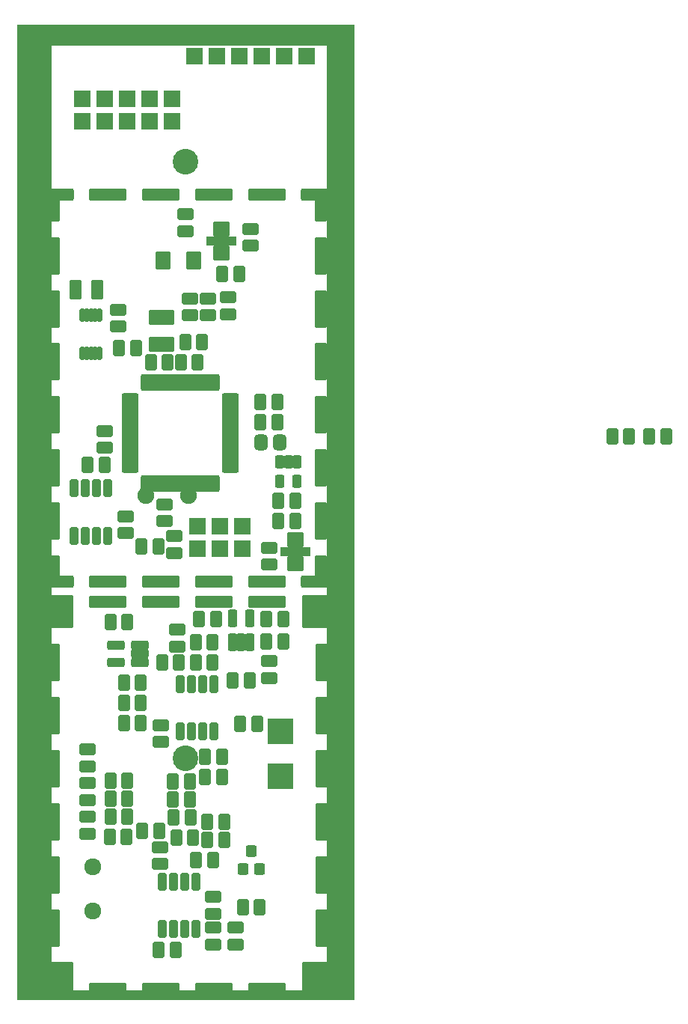
<source format=gbr>
%TF.GenerationSoftware,KiCad,Pcbnew,6.0.4-6f826c9f35~116~ubuntu20.04.1*%
%TF.CreationDate,2022-03-30T15:14:45+00:00*%
%TF.ProjectId,SPACEDOS02B_PCB01A,53504143-4544-44f5-9330-32425f504342,rev?*%
%TF.SameCoordinates,Original*%
%TF.FileFunction,Soldermask,Bot*%
%TF.FilePolarity,Negative*%
%FSLAX46Y46*%
G04 Gerber Fmt 4.6, Leading zero omitted, Abs format (unit mm)*
G04 Created by KiCad (PCBNEW 6.0.4-6f826c9f35~116~ubuntu20.04.1) date 2022-03-30 15:14:45*
%MOMM*%
%LPD*%
G01*
G04 APERTURE LIST*
G04 Aperture macros list*
%AMRoundRect*
0 Rectangle with rounded corners*
0 $1 Rounding radius*
0 $2 $3 $4 $5 $6 $7 $8 $9 X,Y pos of 4 corners*
0 Add a 4 corners polygon primitive as box body*
4,1,4,$2,$3,$4,$5,$6,$7,$8,$9,$2,$3,0*
0 Add four circle primitives for the rounded corners*
1,1,$1+$1,$2,$3*
1,1,$1+$1,$4,$5*
1,1,$1+$1,$6,$7*
1,1,$1+$1,$8,$9*
0 Add four rect primitives between the rounded corners*
20,1,$1+$1,$2,$3,$4,$5,0*
20,1,$1+$1,$4,$5,$6,$7,0*
20,1,$1+$1,$6,$7,$8,$9,0*
20,1,$1+$1,$8,$9,$2,$3,0*%
G04 Aperture macros list end*
%ADD10C,0.100000*%
%ADD11RoundRect,0.200000X0.762000X-0.762000X0.762000X0.762000X-0.762000X0.762000X-0.762000X-0.762000X0*%
%ADD12C,2.900000*%
%ADD13RoundRect,0.200000X-0.762000X-0.762000X0.762000X-0.762000X0.762000X0.762000X-0.762000X0.762000X0*%
%ADD14C,1.924000*%
%ADD15C,1.900000*%
%ADD16RoundRect,0.200000X0.325000X-0.780000X0.325000X0.780000X-0.325000X0.780000X-0.325000X-0.780000X0*%
%ADD17RoundRect,0.200000X0.780000X0.325000X-0.780000X0.325000X-0.780000X-0.325000X0.780000X-0.325000X0*%
%ADD18RoundRect,0.200000X0.444500X0.698500X-0.444500X0.698500X-0.444500X-0.698500X0.444500X-0.698500X0*%
%ADD19RoundRect,0.200000X-0.698500X0.444500X-0.698500X-0.444500X0.698500X-0.444500X0.698500X0.444500X0*%
%ADD20RoundRect,0.200000X-0.444500X-0.698500X0.444500X-0.698500X0.444500X0.698500X-0.444500X0.698500X0*%
%ADD21RoundRect,0.200000X0.275000X-0.750000X0.275000X0.750000X-0.275000X0.750000X-0.275000X-0.750000X0*%
%ADD22RoundRect,0.200000X-0.750000X-0.275000X0.750000X-0.275000X0.750000X0.275000X-0.750000X0.275000X0*%
%ADD23RoundRect,0.200000X0.300000X-0.775000X0.300000X0.775000X-0.300000X0.775000X-0.300000X-0.775000X0*%
%ADD24RoundRect,0.200000X-0.125000X0.550000X-0.125000X-0.550000X0.125000X-0.550000X0.125000X0.550000X0*%
%ADD25RoundRect,0.200000X0.698500X-0.444500X0.698500X0.444500X-0.698500X0.444500X-0.698500X-0.444500X0*%
%ADD26RoundRect,0.200000X-1.270000X0.635000X-1.270000X-0.635000X1.270000X-0.635000X1.270000X0.635000X0*%
%ADD27RoundRect,0.200000X-0.325000X0.530000X-0.325000X-0.530000X0.325000X-0.530000X0.325000X0.530000X0*%
%ADD28RoundRect,0.200000X0.650000X0.850000X-0.650000X0.850000X-0.650000X-0.850000X0.650000X-0.850000X0*%
%ADD29RoundRect,0.450000X-0.325000X-0.450000X0.325000X-0.450000X0.325000X0.450000X-0.325000X0.450000X0*%
%ADD30RoundRect,0.200000X-0.500000X-0.900000X0.500000X-0.900000X0.500000X0.900000X-0.500000X0.900000X0*%
%ADD31RoundRect,0.200000X0.400000X-0.450000X0.400000X0.450000X-0.400000X0.450000X-0.400000X-0.450000X0*%
%ADD32RoundRect,0.200000X-1.249680X1.275080X-1.249680X-1.275080X1.249680X-1.275080X1.249680X1.275080X0*%
%ADD33RoundRect,0.200000X0.750000X-0.650000X0.750000X0.650000X-0.750000X0.650000X-0.750000X-0.650000X0*%
%ADD34RoundRect,0.200000X1.500000X-0.350000X1.500000X0.350000X-1.500000X0.350000X-1.500000X-0.350000X0*%
%ADD35RoundRect,0.200000X-0.750000X0.650000X-0.750000X-0.650000X0.750000X-0.650000X0.750000X0.650000X0*%
%ADD36RoundRect,0.200000X-1.500000X0.350000X-1.500000X-0.350000X1.500000X-0.350000X1.500000X0.350000X0*%
%ADD37RoundRect,0.200000X1.900000X-0.500000X1.900000X0.500000X-1.900000X0.500000X-1.900000X-0.500000X0*%
%ADD38RoundRect,0.200000X0.500000X-1.900000X0.500000X1.900000X-0.500000X1.900000X-0.500000X-1.900000X0*%
%ADD39RoundRect,0.200000X0.775000X-0.500000X0.775000X0.500000X-0.775000X0.500000X-0.775000X-0.500000X0*%
%ADD40RoundRect,0.200000X0.500000X-0.500000X0.500000X0.500000X-0.500000X0.500000X-0.500000X-0.500000X0*%
%ADD41RoundRect,0.200000X0.500000X-1.150000X0.500000X1.150000X-0.500000X1.150000X-0.500000X-1.150000X0*%
%ADD42RoundRect,0.200000X1.275000X-1.650000X1.275000X1.650000X-1.275000X1.650000X-1.275000X-1.650000X0*%
G04 APERTURE END LIST*
D10*
G36*
X3810000Y23000D02*
G01*
X0Y23000D01*
X0Y110005000D01*
X3810000Y110005000D01*
X3810000Y23000D01*
G37*
X3810000Y23000D02*
X0Y23000D01*
X0Y110005000D01*
X3810000Y110005000D01*
X3810000Y23000D01*
G36*
X38100000Y23000D02*
G01*
X35052000Y23000D01*
X35052000Y110005000D01*
X38100000Y110005000D01*
X38100000Y23000D01*
G37*
X38100000Y23000D02*
X35052000Y23000D01*
X35052000Y110005000D01*
X38100000Y110005000D01*
X38100000Y23000D01*
G36*
X38100000Y107719000D02*
G01*
X0Y107719000D01*
X0Y110005000D01*
X38100000Y110005000D01*
X38100000Y107719000D01*
G37*
X38100000Y107719000D02*
X0Y107719000D01*
X0Y110005000D01*
X38100000Y110005000D01*
X38100000Y107719000D01*
G36*
X38100000Y-231000D02*
G01*
X0Y-231000D01*
X0Y785000D01*
X38100000Y785000D01*
X38100000Y-231000D01*
G37*
X38100000Y-231000D02*
X0Y-231000D01*
X0Y785000D01*
X38100000Y785000D01*
X38100000Y-231000D01*
D11*
%TO.C,J19*%
X7366000Y99083000D03*
X7366000Y101623000D03*
%TD*%
%TO.C,J6*%
X9906000Y101623000D03*
%TD*%
%TO.C,J4*%
X12446000Y101623000D03*
%TD*%
%TO.C,J7*%
X9906000Y99083000D03*
%TD*%
%TO.C,J5*%
X12446000Y99083000D03*
%TD*%
D12*
%TO.C,BT1*%
X19050000Y94479000D03*
X19050000Y26979000D03*
%TD*%
D13*
%TO.C,J3*%
X14986000Y101623000D03*
X14986000Y99083000D03*
%TD*%
%TO.C,J2*%
X17526000Y101623000D03*
X17526000Y99083000D03*
%TD*%
D14*
%TO.C,D1*%
X8596000Y14715000D03*
X8596000Y9715000D03*
%TD*%
D15*
%TO.C,Y1*%
X19468000Y56762000D03*
X14568000Y56762000D03*
%TD*%
D11*
%TO.C,J22*%
X25514300Y50734100D03*
X25514300Y53274100D03*
X22974300Y50734100D03*
X22974300Y53274100D03*
X20434300Y50734100D03*
X20434300Y53274100D03*
%TD*%
D16*
%TO.C,U5*%
X26343300Y40146100D03*
X25393300Y40146100D03*
X24443300Y40146100D03*
X24443300Y42846100D03*
X26343300Y42846100D03*
%TD*%
D17*
%TO.C,U4*%
X13916300Y39779100D03*
X13916300Y38829100D03*
X13916300Y37879100D03*
X11216300Y37879100D03*
X11216300Y39779100D03*
%TD*%
D18*
%TO.C,C8*%
X14026800Y33241100D03*
X12121800Y33241100D03*
%TD*%
%TO.C,C3*%
X17963000Y5301100D03*
X16058000Y5301100D03*
%TD*%
D19*
%TO.C,R6*%
X24758300Y7841100D03*
X24758300Y5936100D03*
%TD*%
D18*
%TO.C,C13*%
X14026800Y35527100D03*
X12121800Y35527100D03*
%TD*%
D20*
%TO.C,C24*%
X10528300Y18095100D03*
X12433300Y18095100D03*
%TD*%
D18*
%TO.C,C4*%
X27178000Y30884000D03*
X25273000Y30884000D03*
%TD*%
D21*
%TO.C,U10*%
X22496300Y58119100D03*
X21696300Y58119100D03*
X20896300Y58119100D03*
X20096300Y58119100D03*
X19296300Y58119100D03*
X18496300Y58119100D03*
X17696300Y58119100D03*
X16896300Y58119100D03*
X16096300Y58119100D03*
X15296300Y58119100D03*
X14496300Y58119100D03*
D22*
X12796300Y59819100D03*
X12796300Y60619100D03*
X12796300Y61419100D03*
X12796300Y62219100D03*
X12796300Y63019100D03*
X12796300Y63819100D03*
X12796300Y64619100D03*
X12796300Y65419100D03*
X12796300Y66219100D03*
X12796300Y67019100D03*
X12796300Y67819100D03*
D21*
X14496300Y69519100D03*
X15296300Y69519100D03*
X16096300Y69519100D03*
X16896300Y69519100D03*
X17696300Y69519100D03*
X18496300Y69519100D03*
X19296300Y69519100D03*
X20096300Y69519100D03*
X20896300Y69519100D03*
X21696300Y69519100D03*
X22496300Y69519100D03*
D22*
X24196300Y67819100D03*
X24196300Y67019100D03*
X24196300Y66219100D03*
X24196300Y65419100D03*
X24196300Y64619100D03*
X24196300Y63819100D03*
X24196300Y63019100D03*
X24196300Y62219100D03*
X24196300Y61419100D03*
X24196300Y60619100D03*
X24196300Y59819100D03*
%TD*%
D18*
%TO.C,R4*%
X14026800Y30955100D03*
X12121800Y30955100D03*
%TD*%
D19*
%TO.C,C10*%
X22218300Y11333600D03*
X22218300Y9428600D03*
%TD*%
%TO.C,C5*%
X22218300Y7841100D03*
X22218300Y5936100D03*
%TD*%
D20*
%TO.C,R3*%
X24440800Y35781100D03*
X26345800Y35781100D03*
%TD*%
%TO.C,R2*%
X20313300Y15461100D03*
X22218300Y15461100D03*
%TD*%
D23*
%TO.C,U2*%
X22345300Y30033100D03*
X21075300Y30033100D03*
X19805300Y30033100D03*
X18535300Y30033100D03*
X18535300Y35433100D03*
X19805300Y35433100D03*
X21075300Y35433100D03*
X22345300Y35433100D03*
%TD*%
D18*
%TO.C,R10*%
X19558000Y24407000D03*
X17653000Y24407000D03*
%TD*%
%TO.C,C18*%
X23234300Y27145100D03*
X21329300Y27145100D03*
%TD*%
D23*
%TO.C,U1*%
X20313300Y7681100D03*
X19043300Y7681100D03*
X17773300Y7681100D03*
X16503300Y7681100D03*
X16503300Y13081100D03*
X17773300Y13081100D03*
X19043300Y13081100D03*
X20313300Y13081100D03*
%TD*%
D20*
%TO.C,C20*%
X25583800Y10127100D03*
X27488800Y10127100D03*
%TD*%
D19*
%TO.C,R7*%
X16213000Y16955000D03*
X16213000Y15050000D03*
%TD*%
D18*
%TO.C,R9*%
X19963000Y18050000D03*
X18058000Y18050000D03*
%TD*%
D20*
%TO.C,C11*%
X21558000Y17800000D03*
X23463000Y17800000D03*
%TD*%
%TO.C,C16*%
X17653000Y22375000D03*
X19558000Y22375000D03*
%TD*%
D18*
%TO.C,R11*%
X23234300Y24859100D03*
X21329300Y24859100D03*
%TD*%
%TO.C,C15*%
X19678300Y20287100D03*
X17773300Y20287100D03*
%TD*%
D19*
%TO.C,R5*%
X28568300Y38003600D03*
X28568300Y36098600D03*
%TD*%
D18*
%TO.C,C12*%
X22154800Y37813100D03*
X20249800Y37813100D03*
%TD*%
D24*
%TO.C,U11*%
X7382000Y77103000D03*
X7882000Y77103000D03*
X8382000Y77103000D03*
X8882000Y77103000D03*
X9382000Y77103000D03*
X9382000Y72803000D03*
X8882000Y72803000D03*
X8382000Y72803000D03*
X7882000Y72803000D03*
X7382000Y72803000D03*
%TD*%
D25*
%TO.C,R13*%
X18154300Y39654600D03*
X18154300Y41559600D03*
%TD*%
D20*
%TO.C,C9*%
X28250800Y40226100D03*
X30155800Y40226100D03*
%TD*%
%TO.C,C14*%
X28250800Y42766100D03*
X30155800Y42766100D03*
%TD*%
D18*
%TO.C,C7*%
X22154800Y40099100D03*
X20249800Y40099100D03*
%TD*%
%TO.C,R12*%
X22535800Y42766100D03*
X20630800Y42766100D03*
%TD*%
D26*
%TO.C,L1*%
X16383000Y76858000D03*
X16383000Y73810000D03*
%TD*%
D18*
%TO.C,C19*%
X18344800Y37813100D03*
X16439800Y37813100D03*
%TD*%
D27*
%TO.C,U8*%
X29784000Y60559000D03*
X30734000Y60559000D03*
X31684000Y60559000D03*
X31684000Y58359000D03*
X29784000Y58359000D03*
%TD*%
D20*
%TO.C,C2*%
X10591800Y20381100D03*
X12496800Y20381100D03*
%TD*%
D28*
%TO.C,D3*%
X20010000Y83335000D03*
X16510000Y83335000D03*
%TD*%
D25*
%TO.C,F2*%
X19050000Y86637000D03*
X19050000Y88542000D03*
%TD*%
D19*
%TO.C,C55*%
X26416000Y86891000D03*
X26416000Y84986000D03*
%TD*%
D29*
%TO.C,L3*%
X27677000Y62761000D03*
X29727000Y62761000D03*
%TD*%
D30*
%TO.C,Y2*%
X9124000Y80033000D03*
X6624000Y80033000D03*
%TD*%
D25*
%TO.C,R22*%
X7988300Y18476100D03*
X7988300Y20381100D03*
%TD*%
%TO.C,R19*%
X7988300Y22286100D03*
X7988300Y24191100D03*
%TD*%
%TO.C,R15*%
X7988300Y26096100D03*
X7988300Y28001100D03*
%TD*%
D20*
%TO.C,C23*%
X10591800Y22413100D03*
X12496800Y22413100D03*
%TD*%
%TO.C,C21*%
X10591800Y24445100D03*
X12496800Y24445100D03*
%TD*%
D25*
%TO.C,C34*%
X16750000Y53820500D03*
X16750000Y55725500D03*
%TD*%
%TO.C,C27*%
X21590000Y77112000D03*
X21590000Y79017000D03*
%TD*%
D20*
%TO.C,R20*%
X11557000Y73429000D03*
X13462000Y73429000D03*
%TD*%
D25*
%TO.C,R23*%
X17780000Y50226100D03*
X17780000Y52131100D03*
%TD*%
%TO.C,C26*%
X23876000Y77239000D03*
X23876000Y79144000D03*
%TD*%
D31*
%TO.C,U3*%
X27486300Y14477100D03*
X25586300Y14477100D03*
X26536300Y16477100D03*
%TD*%
D18*
%TO.C,C43*%
X16002000Y50950000D03*
X14097000Y50950000D03*
%TD*%
D25*
%TO.C,C39*%
X9906000Y62126000D03*
X9906000Y64031000D03*
%TD*%
%TO.C,C28*%
X19558000Y77112000D03*
X19558000Y79017000D03*
%TD*%
D18*
%TO.C,R1*%
X12502800Y42385100D03*
X10597800Y42385100D03*
%TD*%
D20*
%TO.C,C36*%
X23241000Y81811000D03*
X25146000Y81811000D03*
%TD*%
%TO.C,C32*%
X27559000Y65047000D03*
X29464000Y65047000D03*
%TD*%
%TO.C,R21*%
X8001000Y60221000D03*
X9906000Y60221000D03*
%TD*%
D18*
%TO.C,C44*%
X20447000Y71778000D03*
X18542000Y71778000D03*
%TD*%
%TO.C,C31*%
X17081500Y71778000D03*
X15176500Y71778000D03*
%TD*%
%TO.C,C40*%
X20955000Y74064000D03*
X19050000Y74064000D03*
%TD*%
%TO.C,C50*%
X31496000Y53871000D03*
X29591000Y53871000D03*
%TD*%
%TO.C,C42*%
X31496000Y56157000D03*
X29591000Y56157000D03*
%TD*%
D20*
%TO.C,C35*%
X27559000Y67333000D03*
X29464000Y67333000D03*
%TD*%
D25*
%TO.C,C47*%
X11430000Y75842000D03*
X11430000Y77747000D03*
%TD*%
%TO.C,C54*%
X28575000Y48918000D03*
X28575000Y50823000D03*
%TD*%
D18*
%TO.C,R8*%
X16122300Y18800000D03*
X14217300Y18800000D03*
%TD*%
D20*
%TO.C,C6*%
X21558000Y19779100D03*
X23463000Y19779100D03*
%TD*%
D32*
%TO.C,C1*%
X29838300Y30050860D03*
X29838300Y25001340D03*
%TD*%
D33*
%TO.C,C29*%
X23114000Y84191000D03*
D34*
X23114000Y85541000D03*
D33*
X23114000Y86891000D03*
%TD*%
D35*
%TO.C,C52*%
X31496000Y51712000D03*
D36*
X31496000Y50362000D03*
D35*
X31496000Y49012000D03*
%TD*%
D37*
%TO.C,M8*%
X10304000Y90757000D03*
D38*
X4154000Y71857000D03*
X34454000Y71857000D03*
D39*
X5429000Y90757000D03*
D38*
X34454000Y53857000D03*
D40*
X4154000Y90757000D03*
D37*
X22304000Y46957000D03*
D38*
X4154000Y65857000D03*
D40*
X34454000Y90757000D03*
D38*
X34454000Y65857000D03*
X4154000Y59857000D03*
D39*
X5429000Y46957000D03*
D38*
X4154000Y53857000D03*
D41*
X34454000Y89107000D03*
D39*
X33179000Y90757000D03*
D41*
X4154000Y48607000D03*
D37*
X28304000Y90757000D03*
X16304000Y90757000D03*
X28304000Y46957000D03*
D38*
X34454000Y83857000D03*
X4154000Y83857000D03*
D41*
X4154000Y89107000D03*
D38*
X34454000Y77857000D03*
D37*
X10304000Y46957000D03*
D40*
X34454000Y46957000D03*
X4154000Y46957000D03*
D38*
X4154000Y77857000D03*
D37*
X22304000Y90757000D03*
D38*
X34454000Y59857000D03*
D39*
X33179000Y46957000D03*
D37*
X16304000Y46957000D03*
D41*
X34454000Y48607000D03*
%TD*%
D38*
%TO.C,M6*%
X34478000Y31834000D03*
D42*
X33703000Y43584000D03*
D37*
X10328000Y934000D03*
D42*
X33703000Y2084000D03*
D37*
X22328000Y934000D03*
D42*
X4953000Y2084000D03*
D38*
X4178000Y7834000D03*
D37*
X28328000Y934000D03*
X16328000Y44734000D03*
D38*
X4178000Y37834000D03*
X4178000Y25834000D03*
X4178000Y19834000D03*
X4178000Y31834000D03*
X34478000Y25834000D03*
D37*
X22328000Y44734000D03*
D42*
X4953000Y43584000D03*
D37*
X28328000Y44734000D03*
D38*
X34478000Y37834000D03*
X4178000Y13834000D03*
X34478000Y7834000D03*
D37*
X10328000Y44734000D03*
D38*
X34478000Y19834000D03*
X34478000Y13834000D03*
D37*
X16328000Y934000D03*
%TD*%
D19*
%TO.C,C17*%
X16256000Y30757000D03*
X16256000Y28852000D03*
%TD*%
D13*
%TO.C,J9*%
X25146000Y106449000D03*
%TD*%
%TO.C,J10*%
X30226000Y106449000D03*
%TD*%
%TO.C,J11*%
X20066000Y106449000D03*
%TD*%
%TO.C,J12*%
X22606000Y106449000D03*
%TD*%
%TO.C,J13*%
X32766000Y106449000D03*
%TD*%
%TO.C,J8*%
X27686000Y106449000D03*
%TD*%
D19*
%TO.C,C30*%
X12319000Y54379000D03*
X12319000Y52474000D03*
%TD*%
D23*
%TO.C,U6*%
X10287000Y52187000D03*
X9017000Y52187000D03*
X7747000Y52187000D03*
X6477000Y52187000D03*
X6477000Y57587000D03*
X7747000Y57587000D03*
X9017000Y57587000D03*
X10287000Y57587000D03*
%TD*%
D20*
%TO.C,C38*%
X67403500Y63407590D03*
X69308500Y63407590D03*
%TD*%
%TO.C,C41*%
X71593500Y63407590D03*
X73498500Y63407590D03*
%TD*%
M02*

</source>
